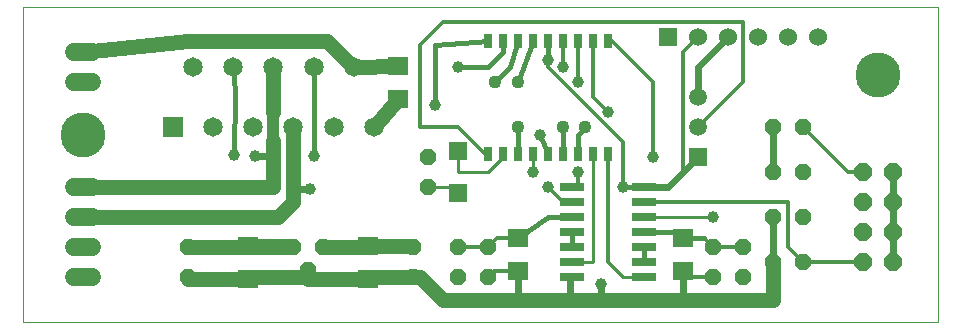
<source format=gtl>
G75*
G70*
%OFA0B0*%
%FSLAX24Y24*%
%IPPOS*%
%LPD*%
%AMOC8*
5,1,8,0,0,1.08239X$1,22.5*
%
%ADD10C,0.0000*%
%ADD11R,0.0300X0.0450*%
%ADD12C,0.0600*%
%ADD13R,0.0600X0.0600*%
%ADD14OC8,0.0600*%
%ADD15C,0.0594*%
%ADD16OC8,0.0520*%
%ADD17R,0.0709X0.0630*%
%ADD18R,0.0800X0.0260*%
%ADD19R,0.0591X0.0591*%
%ADD20R,0.0650X0.0650*%
%ADD21C,0.0650*%
%ADD22R,0.0594X0.0594*%
%ADD23C,0.0594*%
%ADD24C,0.0436*%
%ADD25C,0.0500*%
%ADD26C,0.0396*%
%ADD27C,0.0240*%
%ADD28C,0.0160*%
%ADD29C,0.0120*%
%ADD30C,0.0400*%
%ADD31C,0.0100*%
%ADD32C,0.0390*%
%ADD33C,0.1502*%
D10*
X000312Y000343D02*
X000312Y010839D01*
X030808Y010839D01*
X030808Y000343D01*
X000312Y000343D01*
D11*
X015812Y005958D03*
X016312Y005958D03*
X016812Y005958D03*
X017312Y005958D03*
X017812Y005958D03*
X018312Y005958D03*
X018812Y005958D03*
X019312Y005958D03*
X019812Y005958D03*
X019812Y009728D03*
X019312Y009728D03*
X018812Y009728D03*
X018312Y009728D03*
X017812Y009728D03*
X017312Y009728D03*
X016812Y009728D03*
X016312Y009728D03*
X015812Y009728D03*
D12*
X022812Y009843D03*
X023812Y009843D03*
X024812Y009843D03*
X025812Y009843D03*
X026812Y009843D03*
D13*
X021812Y009843D03*
D14*
X028312Y005343D03*
X029312Y005343D03*
X029312Y004343D03*
X028312Y004343D03*
X028312Y003343D03*
X029312Y003343D03*
X029312Y002343D03*
X028312Y002343D03*
D15*
X002609Y001843D02*
X002016Y001843D01*
X002016Y002843D02*
X002609Y002843D01*
X002609Y003843D02*
X002016Y003843D01*
X002016Y004843D02*
X002609Y004843D01*
X002609Y008343D02*
X002016Y008343D01*
X002016Y009343D02*
X002609Y009343D01*
D16*
X005812Y002843D03*
X005812Y001843D03*
X009312Y002843D03*
X010312Y002843D03*
X009812Y002093D03*
X013312Y001843D03*
X014812Y001843D03*
X015812Y001843D03*
X015812Y002843D03*
X014812Y002843D03*
X013312Y002843D03*
X013812Y004843D03*
X013812Y005843D03*
X023312Y002843D03*
X024312Y002843D03*
X025312Y002343D03*
X024312Y001843D03*
X023312Y001843D03*
X026312Y002343D03*
X026312Y003843D03*
X025312Y003843D03*
X025312Y005343D03*
X026312Y005343D03*
X026312Y006843D03*
X025312Y006843D03*
D17*
X022312Y003144D03*
X022312Y002041D03*
X016812Y002041D03*
X016812Y003144D03*
X011812Y002894D03*
X011812Y001791D03*
X007812Y001791D03*
X007812Y002894D03*
X012812Y007791D03*
X012812Y008894D03*
D18*
X018602Y004843D03*
X018602Y004343D03*
X018602Y003843D03*
X018602Y003343D03*
X018602Y002843D03*
X018602Y002343D03*
X018602Y001843D03*
X021022Y001843D03*
X021022Y002343D03*
X021022Y002843D03*
X021022Y003343D03*
X021022Y003843D03*
X021022Y004343D03*
X021022Y004843D03*
D19*
X014812Y004654D03*
X014812Y006032D03*
D20*
X005312Y006843D03*
D21*
X006652Y006843D03*
X007992Y006843D03*
X009332Y006843D03*
X010672Y006843D03*
X012012Y006843D03*
X011342Y008843D03*
X010002Y008843D03*
X008662Y008843D03*
X007322Y008843D03*
X005982Y008843D03*
D22*
X022812Y005843D03*
D23*
X022812Y006843D03*
X022812Y007843D03*
D24*
X019062Y006843D03*
X018312Y006843D03*
X016812Y006843D03*
X016812Y008343D03*
X016062Y008343D03*
D25*
X012812Y008894D02*
X011342Y008843D01*
X011312Y008843D01*
X010442Y009713D01*
X005802Y009713D01*
X002312Y009343D01*
X008662Y008843D02*
X008662Y007353D01*
X009332Y006843D02*
X009324Y004845D01*
X009322Y004343D01*
X008822Y003843D01*
X002312Y003843D01*
X002312Y004843D02*
X008662Y004843D01*
X008662Y005843D01*
X008662Y006383D01*
X012012Y006843D02*
X012812Y007791D01*
X013312Y002894D02*
X011812Y002894D01*
X011812Y002843D01*
X010312Y002843D01*
X009312Y002843D02*
X009312Y002894D01*
X007812Y002894D01*
X009312Y002843D02*
X005812Y002843D01*
X005812Y001843D02*
X005812Y001791D01*
X007812Y001791D01*
X007812Y001843D01*
X009812Y001843D01*
X009812Y001791D01*
X011812Y001791D01*
X011812Y001843D01*
X013312Y001843D01*
X013562Y001843D01*
X014312Y001093D01*
X016812Y001093D01*
X018552Y001093D01*
X019512Y001093D01*
X022312Y001093D01*
X025312Y001093D01*
X025312Y002343D01*
X013312Y002843D02*
X013312Y002894D01*
X009812Y002093D02*
X009812Y001843D01*
D26*
X009892Y004793D03*
X010012Y005883D03*
X008042Y005893D03*
X007362Y005903D03*
X014062Y007593D03*
X014812Y008843D03*
X017812Y009093D03*
X017562Y006593D03*
X020312Y004843D03*
X019572Y001613D03*
D27*
X019572Y001153D01*
X019512Y001093D01*
X018552Y001093D02*
X018552Y001843D01*
X018602Y001843D01*
X016812Y002041D02*
X016812Y001093D01*
X022312Y001093D02*
X022312Y001843D01*
X022312Y002041D01*
X025312Y002343D02*
X025312Y003843D01*
X025312Y005343D02*
X025312Y006843D01*
X022812Y007843D02*
X022812Y008843D01*
X023812Y009843D01*
X022812Y005843D02*
X022312Y005343D01*
X021812Y004843D01*
X021022Y004843D01*
X029312Y005343D02*
X029312Y004343D01*
X029312Y003343D01*
X029312Y002343D01*
X009892Y004793D02*
X009376Y004793D01*
X009324Y004845D01*
X008662Y005843D02*
X008612Y005893D01*
X008042Y005893D01*
D28*
X007362Y005903D02*
X007372Y008023D01*
X007322Y008843D01*
X010002Y008843D02*
X010012Y005883D01*
X014062Y007593D02*
X014062Y009593D01*
X015812Y009728D01*
X016312Y009728D02*
X016312Y009343D01*
X015812Y008843D01*
X014812Y008843D01*
X016062Y008343D02*
X016562Y008843D01*
X016812Y009728D01*
X017312Y009728D02*
X016812Y008343D01*
X017812Y009093D02*
X017812Y009343D01*
X017812Y009728D01*
X018312Y006843D02*
X018312Y005958D01*
X018812Y005958D02*
X018812Y006593D01*
X019062Y006843D01*
X017562Y006593D02*
X017812Y005958D01*
X016812Y005958D02*
X016812Y006843D01*
X020312Y004843D02*
X021022Y004843D01*
X021022Y003343D02*
X022312Y003343D01*
X022312Y003144D01*
X023011Y003144D01*
X021022Y002843D02*
X021022Y002343D01*
X018602Y002843D02*
X018602Y003343D01*
X018602Y003843D02*
X017812Y003843D01*
X016812Y003144D01*
D29*
X016114Y003144D01*
X015812Y002843D01*
X014812Y002843D01*
X015812Y001843D02*
X016011Y002041D01*
X016812Y002041D01*
X019812Y002343D02*
X019812Y005958D01*
X020312Y006343D02*
X020312Y004843D01*
X021022Y004343D02*
X025812Y004343D01*
X025812Y002843D01*
X026312Y002343D01*
X028312Y002343D01*
X024312Y002843D02*
X023312Y002843D01*
X023011Y003144D01*
X023312Y001843D02*
X022312Y001843D01*
X018812Y004843D02*
X018812Y005343D01*
X020312Y006343D02*
X017812Y008843D01*
X017812Y009343D01*
X018312Y009728D02*
X018312Y008843D01*
X018812Y008343D02*
X018812Y009728D01*
X019312Y009728D02*
X019312Y007843D01*
X019812Y007343D01*
X021312Y008343D02*
X021312Y005843D01*
X022312Y005343D02*
X022312Y009343D01*
X022812Y009843D01*
X024312Y010343D02*
X024312Y008343D01*
X022812Y006843D01*
X021312Y008343D02*
X019812Y009843D01*
X024312Y010343D02*
X014312Y010343D01*
X013562Y009593D01*
X013562Y006843D01*
X014812Y006843D01*
X015812Y005843D01*
X026312Y006843D02*
X027812Y005343D01*
X028312Y005343D01*
D30*
X008662Y006383D02*
X008662Y007353D01*
D31*
X013812Y004843D02*
X014812Y004843D01*
X014812Y004654D01*
X014812Y005343D02*
X014812Y006032D01*
X014812Y005343D02*
X015812Y005343D01*
X016312Y005843D01*
X016312Y005958D01*
X015812Y005958D02*
X015812Y005843D01*
X017312Y005958D02*
X017312Y005343D01*
X017812Y004843D02*
X018312Y004343D01*
X018602Y004343D01*
X018602Y004843D02*
X018812Y004843D01*
X019312Y005958D02*
X019312Y002343D01*
X018602Y002343D01*
X019812Y002343D02*
X020312Y001843D01*
X021022Y001843D01*
X021022Y003843D02*
X023312Y003843D01*
X019812Y009728D02*
X019812Y009843D01*
X019312Y009843D02*
X019312Y009728D01*
X018812Y009728D02*
X018812Y009843D01*
X018312Y009843D02*
X018312Y009728D01*
D32*
X018312Y008843D03*
X018812Y008343D03*
X019812Y007343D03*
X021312Y005843D03*
X018812Y005343D03*
X017812Y004843D03*
X017312Y005343D03*
X023312Y003843D03*
D33*
X028812Y008593D03*
X002312Y006593D03*
M02*

</source>
